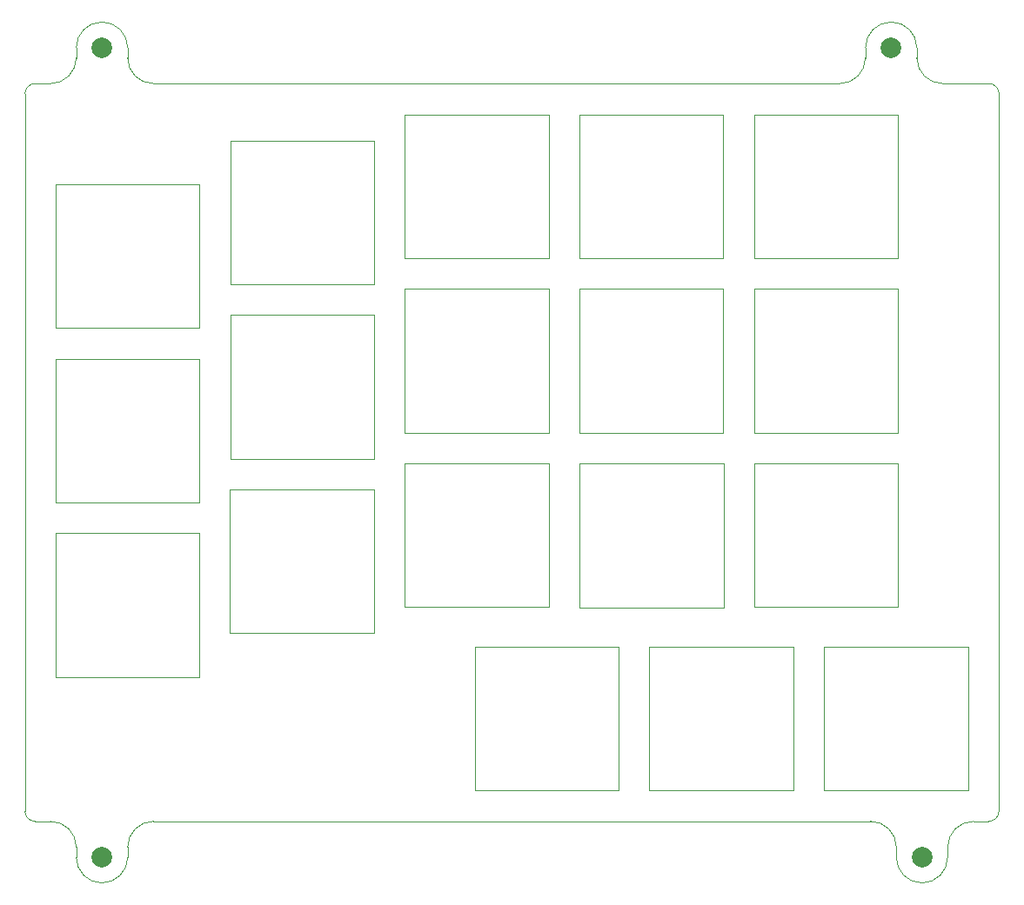
<source format=gts>
%TF.GenerationSoftware,KiCad,Pcbnew,(6.0.9)*%
%TF.CreationDate,2023-01-09T15:03:37+09:00*%
%TF.ProjectId,split-mini__switch_plate,73706c69-742d-46d6-996e-695f5f737769,rev?*%
%TF.SameCoordinates,Original*%
%TF.FileFunction,Soldermask,Top*%
%TF.FilePolarity,Negative*%
%FSLAX46Y46*%
G04 Gerber Fmt 4.6, Leading zero omitted, Abs format (unit mm)*
G04 Created by KiCad (PCBNEW (6.0.9)) date 2023-01-09 15:03:37*
%MOMM*%
%LPD*%
G01*
G04 APERTURE LIST*
%TA.AperFunction,Profile*%
%ADD10C,0.100000*%
%TD*%
%TA.AperFunction,Profile*%
%ADD11C,0.120000*%
%TD*%
%ADD12C,2.000000*%
G04 APERTURE END LIST*
D10*
X22100000Y-104650000D02*
X22100000Y-105650000D01*
X103900000Y-26800000D02*
X103900000Y-27800000D01*
X96400000Y-30300000D02*
X69500000Y-30300000D01*
X18100000Y-30300000D02*
G75*
G03*
X17100000Y-31300000I0J-1000000D01*
G01*
X18100000Y-102150000D02*
X19600000Y-102150000D01*
X101900000Y-105650000D02*
G75*
G03*
X104400000Y-108150000I2500000J0D01*
G01*
X109400000Y-102150000D02*
G75*
G03*
X106900000Y-104650000I0J-2500000D01*
G01*
X24600000Y-108150000D02*
G75*
G03*
X27100000Y-105650000I0J2500000D01*
G01*
X22100000Y-105650000D02*
G75*
G03*
X24600000Y-108150000I2500000J0D01*
G01*
X17100000Y-101150000D02*
G75*
G03*
X18100000Y-102150000I1000000J0D01*
G01*
X103900000Y-27800000D02*
G75*
G03*
X106400000Y-30300000I2500000J0D01*
G01*
X17100000Y-31300000D02*
X17100000Y-101150000D01*
X110900000Y-30300000D02*
X106400000Y-30300000D01*
X106900000Y-105650000D02*
X106900000Y-104650000D01*
X22100000Y-27800000D02*
X22100000Y-26800000D01*
X24600000Y-24300000D02*
G75*
G03*
X22100000Y-26800000I0J-2500000D01*
G01*
X109400000Y-102150000D02*
X110900000Y-102150000D01*
X96400000Y-30300000D02*
G75*
G03*
X98900000Y-27800000I0J2500000D01*
G01*
X27100000Y-26800000D02*
G75*
G03*
X24600000Y-24300000I-2500000J0D01*
G01*
X19600000Y-30300000D02*
G75*
G03*
X22100000Y-27800000I0J2500000D01*
G01*
X69500000Y-30300000D02*
X29600000Y-30300000D01*
X101900000Y-104650000D02*
X101900000Y-105650000D01*
X27100000Y-26800000D02*
X27100000Y-27800000D01*
X111900000Y-101150000D02*
X111900000Y-31300000D01*
X101900000Y-104650000D02*
G75*
G03*
X99400000Y-102150000I-2500000J0D01*
G01*
X104400000Y-108150000D02*
G75*
G03*
X106900000Y-105650000I0J2500000D01*
G01*
X111900000Y-31300000D02*
G75*
G03*
X110900000Y-30300000I-999900J100D01*
G01*
X27100000Y-105650000D02*
X27100000Y-104650000D01*
X22100000Y-104650000D02*
G75*
G03*
X19600000Y-102150000I-2500000J0D01*
G01*
X27100000Y-27800000D02*
G75*
G03*
X29600000Y-30300000I2500000J0D01*
G01*
X110900000Y-102150000D02*
G75*
G03*
X111900000Y-101150000I0J1000000D01*
G01*
X101400000Y-24300000D02*
G75*
G03*
X98900000Y-26800000I0J-2500000D01*
G01*
X29600000Y-102150000D02*
G75*
G03*
X27100000Y-104650000I0J-2500000D01*
G01*
X69500000Y-102150000D02*
X99400000Y-102150000D01*
X19600000Y-30300000D02*
X18100000Y-30300000D01*
X103900000Y-26800000D02*
G75*
G03*
X101400000Y-24300000I-2500000J0D01*
G01*
X98900000Y-27800000D02*
X98900000Y-26800000D01*
X29600000Y-102150000D02*
X69500000Y-102150000D01*
D11*
%TO.C,SW15*%
X102075000Y-67300000D02*
X88075000Y-67300000D01*
X88075000Y-67300000D02*
X88075000Y-81300000D01*
X102075000Y-81300000D02*
X102075000Y-67300000D01*
X88075000Y-81300000D02*
X102075000Y-81300000D01*
%TO.C,SW7*%
X51075000Y-66850000D02*
X51075000Y-52850000D01*
X51075000Y-52850000D02*
X37075000Y-52850000D01*
X37075000Y-66850000D02*
X51075000Y-66850000D01*
X37075000Y-52850000D02*
X37075000Y-66850000D01*
%TO.C,SW3*%
X54075000Y-47300000D02*
X68075000Y-47300000D01*
X68075000Y-47300000D02*
X68075000Y-33300000D01*
X54075000Y-33300000D02*
X54075000Y-47300000D01*
X68075000Y-33300000D02*
X54075000Y-33300000D01*
%TO.C,SW6*%
X34100000Y-71100000D02*
X34100000Y-57100000D01*
X20100000Y-57100000D02*
X20100000Y-71100000D01*
X34100000Y-57100000D02*
X20100000Y-57100000D01*
X20100000Y-71100000D02*
X34100000Y-71100000D01*
%TO.C,SW17*%
X77875000Y-99150000D02*
X91875000Y-99150000D01*
X91875000Y-85150000D02*
X77875000Y-85150000D01*
X77875000Y-85150000D02*
X77875000Y-99150000D01*
X91875000Y-99150000D02*
X91875000Y-85150000D01*
%TO.C,SW14*%
X71085000Y-67315000D02*
X71085000Y-81315000D01*
X71085000Y-81315000D02*
X85085000Y-81315000D01*
X85085000Y-81315000D02*
X85085000Y-67315000D01*
X85085000Y-67315000D02*
X71085000Y-67315000D01*
%TO.C,SW9*%
X85075000Y-50300000D02*
X71075000Y-50300000D01*
X71075000Y-50300000D02*
X71075000Y-64300000D01*
X71075000Y-64300000D02*
X85075000Y-64300000D01*
X85075000Y-64300000D02*
X85075000Y-50300000D01*
%TO.C,SW8*%
X54075000Y-64300000D02*
X68075000Y-64300000D01*
X68075000Y-64300000D02*
X68075000Y-50300000D01*
X68075000Y-50300000D02*
X54075000Y-50300000D01*
X54075000Y-50300000D02*
X54075000Y-64300000D01*
%TO.C,SW10*%
X102050000Y-50300000D02*
X88050000Y-50300000D01*
X88050000Y-50300000D02*
X88050000Y-64300000D01*
X88050000Y-64300000D02*
X102050000Y-64300000D01*
X102050000Y-64300000D02*
X102050000Y-50300000D01*
%TO.C,SW11*%
X20085000Y-74080000D02*
X20085000Y-88080000D01*
X34085000Y-74080000D02*
X20085000Y-74080000D01*
X20085000Y-88080000D02*
X34085000Y-88080000D01*
X34085000Y-88080000D02*
X34085000Y-74080000D01*
%TO.C,SW1*%
X20100000Y-40075000D02*
X20100000Y-54075000D01*
X34100000Y-40075000D02*
X20100000Y-40075000D01*
X20100000Y-54075000D02*
X34100000Y-54075000D01*
X34100000Y-54075000D02*
X34100000Y-40075000D01*
%TO.C,SW12*%
X51050000Y-83825000D02*
X51050000Y-69825000D01*
X37050000Y-69825000D02*
X37050000Y-83825000D01*
X51050000Y-69825000D02*
X37050000Y-69825000D01*
X37050000Y-83825000D02*
X51050000Y-83825000D01*
%TO.C,SW5*%
X102075000Y-47300000D02*
X102075000Y-33300000D01*
X88075000Y-47300000D02*
X102075000Y-47300000D01*
X88075000Y-33300000D02*
X88075000Y-47300000D01*
X102075000Y-33300000D02*
X88075000Y-33300000D01*
%TO.C,SW2*%
X37075000Y-49850000D02*
X51075000Y-49850000D01*
X37075000Y-35850000D02*
X37075000Y-49850000D01*
X51075000Y-35850000D02*
X37075000Y-35850000D01*
X51075000Y-49850000D02*
X51075000Y-35850000D01*
%TO.C,SW13*%
X54075000Y-67275000D02*
X54075000Y-81275000D01*
X54075000Y-81275000D02*
X68075000Y-81275000D01*
X68075000Y-67275000D02*
X54075000Y-67275000D01*
X68075000Y-81275000D02*
X68075000Y-67275000D01*
%TO.C,SW16*%
X60875000Y-99150000D02*
X74875000Y-99150000D01*
X60875000Y-85150000D02*
X60875000Y-99150000D01*
X74875000Y-85150000D02*
X60875000Y-85150000D01*
X74875000Y-99150000D02*
X74875000Y-85150000D01*
%TO.C,SW4*%
X85075000Y-47300000D02*
X85075000Y-33300000D01*
X85075000Y-33300000D02*
X71075000Y-33300000D01*
X71075000Y-33300000D02*
X71075000Y-47300000D01*
X71075000Y-47300000D02*
X85075000Y-47300000D01*
%TO.C,SW18*%
X94875000Y-85150000D02*
X94875000Y-99150000D01*
X108875000Y-99150000D02*
X108875000Y-85150000D01*
X94875000Y-99150000D02*
X108875000Y-99150000D01*
X108875000Y-85150000D02*
X94875000Y-85150000D01*
%TD*%
D12*
%TO.C,Ref\u002A\u002A*%
X101390000Y-26790000D03*
%TD*%
%TO.C,Ref\u002A\u002A*%
X104400000Y-105650000D03*
%TD*%
%TO.C,Ref\u002A\u002A*%
X24610000Y-105640000D03*
%TD*%
%TO.C,Ref\u002A\u002A*%
X24600000Y-26800000D03*
%TD*%
M02*

</source>
